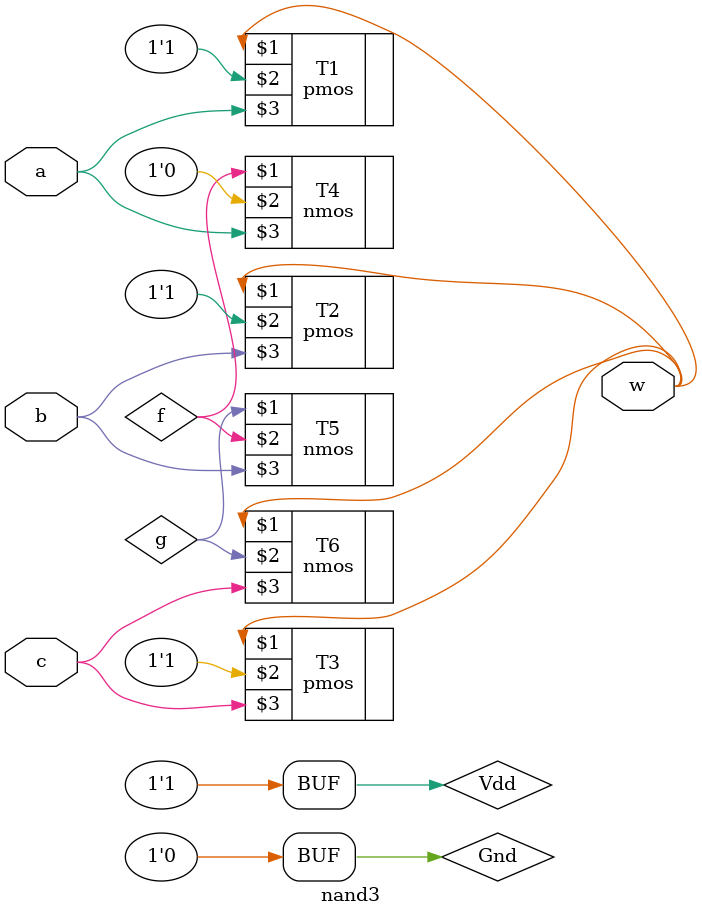
<source format=v>
`timescale 1ns/1ns
module nand3(input a,b,c,output w);
  wire f,g,h;
  supply1 Vdd;
  supply0 Gnd;
  pmos #(5,6,7) T1(w,Vdd,a),
                T2(w,Vdd,b),
                T3(w,Vdd,c);
  nmos #(3,4,5) T4(f,Gnd,a),
                T5(g,f,b),
                T6(w,g,c);
endmodule  

</source>
